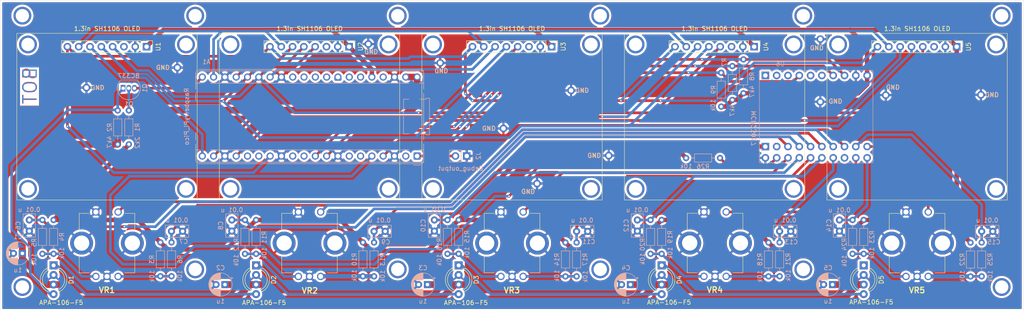
<source format=kicad_pcb>
(kicad_pcb (version 20241229) (generator "pcbnew") (generator_version "9.0")
  (layers (0 "F.Cu" signal) (2 "B.Cu" signal) (13 "F.Paste" user) (15 "B.Paste" user) (5 "F.SilkS" user "F.Silkscreen") (7 "B.SilkS" user "B.Silkscreen") (1 "F.Mask" user) (3 "B.Mask" user) (25 "Edge.Cuts" user))
  (net 0 "")
  (net 1 "GND")
  (net 3 "/displays/DISP_RESET")
  (net 4 "/LEDs/LED")
  (net 6 "/displays/DIN")
  (net 7 "/displays/CS0")
  (net 9 "/rotaries/I2C_SDA")
  (net 10 "/displays/CS1")
  (net 13 "+3.3V")
  (net 15 "/rotaries/MCP_INT")
  (net 17 "/displays/CLK")
  (net 18 "/rotaries/MCP_RESET")
  (net 19 "/rotaries/I2C_SCL")
  (net 20 "/displays/CS4")
  (net 22 "Net-(A1-GPIO0)")
  (net 24 "/displays/CS2")
  (net 26 "/displays/CS3")
  (net 27 "+5V")
  (net 28 "/displays/D{slash}C")
  (net 33 "Net-(U6-GPA1)")
  (net 34 "Net-(U6-GPA0)")
  (net 35 "Net-(U6-GPA4)")
  (net 36 "Net-(U6-GPB7)")
  (net 37 "Net-(U6-GPA7)")
  (net 38 "Net-(U6-GPB2)")
  (net 39 "Net-(U6-GPB1)")
  (net 40 "Net-(U6-GPB4)")
  (net 41 "Net-(U6-GPB3)")
  (net 42 "Net-(D1-DI)")
  (net 43 "Net-(D1-DO)")
  (net 44 "Net-(D2-DO)")
  (net 45 "Net-(D3-DO)")
  (net 46 "Net-(D4-DO)")
  (net 48 "Net-(Q1-B)")
  (net 49 "Net-(VR1-B)")
  (net 50 "Net-(VR1-A)")
  (net 51 "Net-(VR2-B)")
  (net 52 "Net-(VR2-A)")
  (net 53 "Net-(VR3-B)")
  (net 54 "Net-(VR3-A)")
  (net 55 "Net-(VR4-B)")
  (net 56 "Net-(VR4-A)")
  (net 57 "Net-(VR5-B)")
  (net 58 "Net-(VR5-A)")
  (net 65 "Net-(U6-GPA2)")
  (net 66 "Net-(U6-GPB0)")
  (net 68 "Net-(U6-GPB5)")
  (net 70 "Net-(U6-GPA3)")
  (net 73 "Net-(U6-GPB6)")
  (net 75 "Net-(U6-GPA6)")
  (footprint "VC5_footprint_library:PinHeader_1x08_P2.54mm_Vertical_Display" (layer "F.Cu") (at 213.53 65.1 -90)
    (property "Reference" "U4")
    (property "Value" "1.3in SH1106 OLED")
  )
  (footprint "LED_THT:LED_D5.0mm-4_RGB_Wide_Pins" (layer "F.Cu") (at 101.64 114.31 -90)
    (property "Reference" "D2")
    (property "Value" "APA-106-F5")
  )
  (footprint "" (layer "F.Cu") (at 228.4 63.4)
    (property "Reference" "")
    (property "Value" "")
  )
  (footprint "" (layer "F.Cu") (at 228.4 77.5)
    (property "Reference" "")
    (property "Value" "")
  )
  (footprint "" (layer "F.Cu") (at 157.2 83.5)
    (property "Reference" "")
    (property "Value" "")
  )
  (footprint "" (layer "F.Cu") (at 243.1 76)
    (property "Reference" "")
    (property "Value" "")
  )
  (footprint "" (layer "F.Cu") (at 49.14 119.18)
    (property "Reference" "")
    (property "Value" "")
  )
  (footprint "" (layer "F.Cu") (at 178.96 58.12)
    (property "Reference" "")
    (property "Value" "")
  )
  (footprint "" (layer "F.Cu") (at 269.14 58.12)
    (property "Reference" "")
    (property "Value" "")
  )
  (footprint "" (layer "F.Cu") (at 133.46 58.12)
    (property "Reference" "")
    (property "Value" "")
  )
  (footprint "" (layer "F.Cu") (at 164.75 95.9)
    (property "Reference" "")
    (property "Value" "")
  )
  (footprint "" (layer "F.Cu") (at 180.86 89.6)
    (property "Reference" "")
    (property "Value" "")
  )
  (footprint "" (layer "F.Cu") (at 172.4 74.94)
    (property "Reference" "")
    (property "Value" "")
  )
  (footprint "" (layer "F.Cu") (at 83.95 69.8)
    (property "Reference" "")
    (property "Value" "")
  )
  (footprint "LED_THT:LED_D5.0mm-4_RGB_Wide_Pins" (layer "F.Cu") (at 147.14 114.31 -90)
    (property "Reference" "D3")
    (property "Value" "APA-106-F5")
  )
  (footprint "" (layer "F.Cu") (at 264.48 75.93)
    (property "Reference" "")
    (property "Value" "")
  )
  (footprint "" (layer "F.Cu") (at 88.01 115.21)
    (property "Reference" "")
    (property "Value" "")
  )
  (footprint "VC5_footprint_library:PinHeader_1x08_P2.54mm_Vertical_Display" (layer "F.Cu") (at 122.53 65.1 -90)
    (property "Reference" "U2")
    (property "Value" "1.3in SH1106 OLED")
  )
  (footprint "" (layer "F.Cu") (at 49.13 58.12)
    (property "Reference" "")
    (property "Value" "")
  )
  (footprint "LED_THT:LED_D5.0mm-4_RGB_Wide_Pins" (layer "F.Cu") (at 238.14 114.31 -90)
    (property "Reference" "D5")
    (property "Value" "APA-106-F5")
  )
  (footprint "VC5_footprint_library:PEC11R4220FS0024" (layer "F.Cu") (at 65.64 102.3)
    (property "Reference" "VR1")
    (property "Value" "PEC11R-4220F-S0024" (hide yes))
  )
  (footprint "" (layer "F.Cu") (at 225.03 115.21)
    (property "Reference" "")
    (property "Value" "")
  )
  (footprint "" (layer "F.Cu") (at 63.53 74.31)
    (property "Reference" "")
    (property "Value" "")
  )
  (footprint "VC5_footprint_library:PinHeader_1x08_P2.54mm_Vertical_Display" (layer "F.Cu") (at 77.03 65.1 -90)
    (property "Reference" "U1")
    (property "Value" "1.3in SH1106 OLED")
  )
  (footprint "" (layer "F.Cu") (at 133.35 115.21)
    (property "Reference" "")
    (property "Value" "")
  )
  (footprint "" (layer "F.Cu") (at 143 68.75)
    (property "Reference" "")
    (property "Value" "")
  )
  (footprint "" (layer "F.Cu") (at 126.85 64.5)
    (property "Reference" "")
    (property "Value" "")
  )
  (footprint "VC5_footprint_library:PinHeader_1x08_P2.54mm_Vertical_Display" (layer "F.Cu") (at 259.03 65.11 -90)
    (property "Reference" "U5")
    (property "Value" "1.3in SH1106 OLED")
  )
  (footprint "LED_THT:LED_D5.0mm-4_RGB_Wide_Pins" (layer "F.Cu") (at 56.14 114.31 -90)
    (property "Reference" "D1")
    (property "Value" "APA-106-F5")
  )
  (footprint "" (layer "F.Cu") (at 179.22 115.21)
    (property "Reference" "")
    (property "Value" "")
  )
  (footprint "VC5_footprint_library:PEC11R4220FS0024" (layer "F.Cu") (at 202.25 102.28)
    (property "Reference" "VR4")
    (property "Value" "PEC11R-4220F-S0024" (hide yes))
  )
  (footprint "VC5_footprint_library:PEC11R4220FS0024" (layer "F.Cu") (at 111.14 102.3)
    (property "Reference" "VR2")
    (property "Value" "PEC11R-4220F-S0024" (hide yes))
  )
  (footprint "" (layer "F.Cu") (at 224.57 58.12)
    (property "Reference" "")
    (property "Value" "")
  )
  (footprint "" (layer "F.Cu") (at 87.96 58.12)
    (property "Reference" "")
    (property "Value" "")
  )
  (footprint "" (layer "F.Cu") (at 269.14 119.18)
    (property "Reference" "")
    (property "Value" "")
  )
  (footprint "VC5_footprint_library:PinHeader_1x08_P2.54mm_Vertical_Display" (layer "F.Cu") (at 168.03 65.1 -90)
    (property "Reference" "U3")
    (property "Value" "1.3in SH1106 OLED")
  )
  (footprint "VC5_footprint_library:PEC11R4220FS0024" (layer "F.Cu") (at 247.64 102.3)
    (property "Reference" "VR5")
    (property "Value" "PEC11R-4220F-S0024" (hide yes))
  )
  (footprint "LED_THT:LED_D5.0mm-4_RGB_Wide_Pins" (layer "F.Cu") (at 192.75 114.31 -90)
    (property "Reference" "D4")
    (property "Value" "APA-106-F5")
  )
  (footprint "VC5_footprint_library:PEC11R4220FS0024" (layer "F.Cu") (at 156.64 102.3)
    (property "Reference" "VR3")
    (property "Value" "PEC11R-4220F-S0024" (hide yes))
  )
  (footprint "Capacitor_THT:C_Disc_D5.0mm_W2.5mm_P2.50mm" (layer "B.Cu") (at 141.69 104.09 -90)
    (property "Reference" "C10")
    (property "Value" "0.01 u")
  )
  (footprint "Resistor_THT:R_Axial_DIN0204_L3.6mm_D1.6mm_P7.62mm_Horizontal" (layer "B.Cu") (at 173.64 116.78 90)
    (property "Reference" "R17")
    (property "Value" "10k")
  )
  (footprint "Resistor_THT:R_Axial_DIN0204_L3.6mm_D1.6mm_P7.62mm_Horizontal" (layer "B.Cu") (at 192.75 104.09 -90)
    (property "Reference" "R19")
    (property "Value" "10k")
  )
  (footprint "Capacitor_THT:C_Disc_D5.0mm_W2.5mm_P2.50mm" (layer "B.Cu") (at 173.64 106.66)
    (property "Reference" "C11")
    (property "Value" "0.01 u")
  )
  (footprint "Resistor_THT:R_Axial_DIN0204_L3.6mm_D1.6mm_P7.62mm_Horizontal" (layer "B.Cu") (at 125.64 109.14 -90)
    (property "Reference" "R10")
    (property "Value" "10k")
  )
  (footprint "Capacitor_THT:C_Disc_D5.0mm_W2.5mm_P2.50mm" (layer "B.Cu") (at 264.64 106.66)
    (property "Reference" "C15")
    (property "Value" "0.01 u")
  )
  (footprint "Resistor_THT:R_Axial_DIN0204_L3.6mm_D1.6mm_P7.62mm_Horizontal" (layer "B.Cu") (at 144.64 111.71 90)
    (property "Reference" "R16")
    (property "Value" "10k")
  )
  (footprint "Resistor_THT:R_Axial_DIN0204_L3.6mm_D1.6mm_P7.62mm_Horizontal" (layer "B.Cu") (at 198.24 90.15)
    (property "Reference" "R26")
    (property "Value" "10k")
  )
  (footprint "Capacitor_THT:CP_Radial_D5.0mm_P2.00mm" (layer "B.Cu") (at 231.14 118.628 180)
    (property "Reference" "C5")
    (property "Value" "1u")
  )
  (footprint "Resistor_THT:R_Axial_DIN0204_L3.6mm_D1.6mm_P7.62mm_Horizontal" (layer "B.Cu") (at 206.13 78.58 90)
    (property "Reference" "R9")
    (property "Value" "10k")
  )
  (footprint "Capacitor_THT:C_Disc_D5.0mm_W2.5mm_P2.50mm" (layer "B.Cu") (at 128.14 106.65)
    (property "Reference" "C9")
    (property "Value" "0.01 u")
  )
  (footprint "Resistor_THT:R_Axial_DIN0204_L3.6mm_D1.6mm_P7.62mm_Horizontal" (layer "B.Cu") (at 128.14 116.77 90)
    (property "Reference" "R13")
    (property "Value" "10k")
  )
  (footprint "Capacitor_THT:C_Disc_D5.0mm_W2.5mm_P2.50mm" (layer "B.Cu") (at 187.3 104.09 -90)
    (property "Reference" "C12")
    (property "Value" "0.01 u")
  )
  (footprint "Capacitor_THT:C_Disc_D5.0mm_W2.5mm_P2.50mm" (layer "B.Cu") (at 50.69 104.09 -90)
    (property "Reference" "C6")
    (property "Value" "0.01 u")
  )
  (footprint "Resistor_THT:R_Axial_DIN0204_L3.6mm_D1.6mm_P7.62mm_Horizontal" (layer "B.Cu") (at 235.64 111.71 90)
    (property "Reference" "R24")
    (property "Value" "10k")
  )
  (footprint "VC5_footprint_library:MCP23017_IO_expander" (layer "B.Cu") (at 227.492 79.983 -90)
    (property "Reference" "U6")
    (property "Value" "MCP23017")
  )
  (footprint "Resistor_THT:R_Axial_DIN0204_L3.6mm_D1.6mm_P7.62mm_Horizontal" (layer "B.Cu") (at 82.64 116.75 90)
    (property "Reference" "R6")
    (property "Value" "10k")
  )
  (footprint "Resistor_THT:R_Axial_DIN0204_L3.6mm_D1.6mm_P7.62mm_Horizontal" (layer "B.Cu") (at 56.14 104.09 -90)
    (property "Reference" "R4")
    (property "Value" "10k")
  )
  (footprint "Resistor_THT:R_Axial_DIN0204_L3.6mm_D1.6mm_P7.62mm_Horizontal" (layer "B.Cu") (at 219.25 116.76 90)
    (property "Reference" "R21")
    (property "Value" "10k")
  )
  (footprint "Resistor_THT:R_Axial_DIN0204_L3.6mm_D1.6mm_P7.62mm_Horizontal" (layer "B.Cu") (at 262.14 109.18 -90)
    (property "Reference" "R22")
    (property "Value" "10k")
  )
  (footprint "Capacitor_THT:CP_Radial_D5.0mm_P2.00mm" (layer "B.Cu") (at 49.13 111.61 180)
    (property "Reference" "C1")
    (property "Value" "1u")
  )
  (footprint "Resistor_THT:R_Axial_DIN0204_L3.6mm_D1.6mm_P7.62mm_Horizontal" (layer "B.Cu") (at 80.14 109.13 -90)
    (property "Reference" "R3")
    (property "Value" "10k")
  )
  (footprint "Package_TO_SOT_THT:TO-92_Inline" (layer "B.Cu") (at 71.77 74.45)
    (property "Reference" "Q1")
    (property "Value" "BC337")
  )
  (footprint "Resistor_THT:R_Axial_DIN0204_L3.6mm_D1.6mm_P7.62mm_Horizontal" (layer "B.Cu") (at 264.64 116.78 90)
    (property "Reference" "R25")
    (property "Value" "10k")
  )
  (footprint "Resistor_THT:R_Axial_DIN0204_L3.6mm_D1.6mm_P7.62mm_Horizontal" (layer "B.Cu") (at 101.64 104.09 -90)
    (property "Reference" "R11")
    (property "Value" "10k")
  )
  (footprint "Capacitor_THT:CP_Radial_D5.0mm_P2.00mm" (layer "B.Cu") (at 140.14 118.628 180)
    (property "Reference" "C3")
    (property "Value" "1u")
  )
  (footprint "Resistor_THT:R_Axial_DIN0204_L3.6mm_D1.6mm_P7.62mm_Horizontal" (layer "B.Cu") (at 99.14 111.71 90)
    (property "Reference" "R12")
    (property "Value" "10k")
  )
  (footprint "Capacitor_THT:C_Disc_D5.0mm_W2.5mm_P2.50mm" (layer "B.Cu") (at 82.63 106.63)
    (property "Reference" "C7")
    (property "Value" "0.01 u")
  )
  (footprint "Connector_PinHeader_2.54mm:PinHeader_1x02_P2.54mm_Vertical" (layer "B.Cu") (at 148.96 89.7 90)
    (property "Reference" "J2")
    (property "Value" "Debug_output")
  )
  (footprint "Capacitor_THT:C_Disc_D5.0mm_W2.5mm_P2.50mm" (layer "B.Cu") (at 96.19 104.09 -90)
    (property "Reference" "C8")
    (property "Value" "0.01 u")
  )
  (footprint "VC5_footprint_library:RaspberryPi_Pico_Common_THT_custom" (layer "B.Cu") (at 137.81 89.71 90)
    (property "Reference" "A1")
    (property "Value" "RaspberryPi_Pico")
  )
  (footprint "Resistor_THT:R_Axial_DIN0204_L3.6mm_D1.6mm_P7.62mm_Horizontal" (layer "B.Cu") (at 147.14 104.09 -90)
    (property "Reference" "R15")
    (property "Value" "10k")
  )
  (footprint "Resistor_THT:R_Axial_DIN0204_L3.6mm_D1.6mm_P7.62mm_Horizontal" (layer "B.Cu") (at 211.13 67.96 -90)
    (property "Reference" "R8")
    (property "Value" "4k7")
  )
  (footprint "Resistor_THT:R_Axial_DIN0204_L3.6mm_D1.6mm_P7.62mm_Horizontal" (layer "B.Cu") (at 238.14 104.09 -90)
    (property "Reference" "R23")
    (property "Value" "10k")
  )
  (footprint "Capacitor_THT:CP_Radial_D5.0mm_P2.00mm" (layer "B.Cu") (at 94.64 118.628 180)
    (property "Reference" "C2")
    (property "Value" "1u")
  )
  (footprint "Capacitor_THT:C_Disc_D5.0mm_W2.5mm_P2.50mm" (layer "B.Cu") (at 232.69 104.09 -90)
    (property "Reference" "C14")
    (property "Value" "0.01 u")
  )
  (footprint "Resistor_THT:R_Axial_DIN0204_L3.6mm_D1.6mm_P7.62mm_Horizontal" (layer "B.Cu") (at 171.14 109.17 -90)
    (property "Reference" "R14")
    (property "Value" "10k")
  )
  (footprint "Capacitor_THT:C_Disc_D5.0mm_W2.5mm_P2.50mm" (layer "B.Cu") (at 219.25 106.64)
    (property "Reference" "C13")
    (property "Value" "0.01 u")
  )
  (footprint "Resistor_THT:R_Axial_DIN0204_L3.6mm_D1.6mm_P7.62mm_Horizontal" (layer "B.Cu") (at 216.75 109.16 -90)
    (property "Reference" "R18")
    (property "Value" "10k")
  )
  (footprint "Resistor_THT:R_Axial_DIN0204_L3.6mm_D1.6mm_P7.62mm_Horizontal" (layer "B.Cu") (at 53.64 111.71 90)
    (property "Reference" "R5")
    (property "Value" "10k")
  )
  (footprint "Resistor_THT:R_Axial_DIN0204_L3.6mm_D1.6mm_P7.62mm_Horizontal" (layer "B.Cu") (at 208.63 69.46 -90)
    (property "Reference" "R7")
    (property "Value" "4k7")
  )
  (footprint "Resistor_THT:R_Axial_DIN0204_L3.6mm_D1.6mm_P7.62mm_Horizontal" (layer "B.Cu") (at 73.05 87.07 90)
    (property "Reference" "R1")
    (property "Value" "2k2")
  )
  (footprint "Resistor_THT:R_Axial_DIN0204_L3.6mm_D1.6mm_P7.62mm_Horizontal" (layer "B.Cu") (at 70.55 87.07 90)
    (property "Reference" "R2")
    (property "Value" "4k7")
  )
  (footprint "Capacitor_THT:CP_Radial_D5.0mm_P2.00mm" (layer "B.Cu") (at 185.74 118.628 180)
    (property "Reference" "C4")
    (property "Value" "1u")
  )
  (footprint "Resistor_THT:R_Axial_DIN0204_L3.6mm_D1.6mm_P7.62mm_Horizontal" (layer "B.Cu") (at 190.25 111.71 90)
    (property "Reference" "R20")
    (property "Value" "10k")
  )
  (gr_rect (start 44.13 54.62) (end 274.13 124.62) (stroke (width 0.05)) (fill no) (layer "Edge.Cuts"))
  (gr_text "TOP" (at 52.61 78.19 90) (layer "F.Cu") (effects (font (size 3 3) (thickness 0.25)) (justify left bottom)))
  (gr_text "BOT" (at 52.62 69.51 90) (layer "B.Cu") (effects (font (size 3 3) (thickness 0.25)) (justify left bottom mirror)))
  (gr_text "GND" (at 66.01 74.33 0) (layer "F.SilkS") (effects (font (size 1 1))))
  (gr_text "GND" (at 153.94 83.5 0) (layer "F.SilkS") (effects (font (size 1 1))))
  (gr_text "GND" (at 127.49 66.26 0) (layer "F.SilkS") (effects (font (size 1 1))))
  (gr_text "GND" (at 174.88 74.96 0) (layer "F.SilkS") (effects (font (size 1 1))))
  (gr_text "GND" (at 266.96 75.95 0) (layer "F.SilkS") (effects (font (size 1 1))))
  (gr_text "GND" (at 143.24 70.56 0) (layer "F.SilkS") (effects (font (size 1 1))))
  (gr_text "GND" (at 227.6 65.4 0) (layer "F.SilkS") (effects (font (size 1 1))))
  (gr_text "GND" (at 231.8 77.4 0) (layer "F.SilkS") (effects (font (size 1 1))))
  (gr_text "GND" (at 177.6 89.6 0) (layer "F.SilkS") (effects (font (size 1 1))))
  (gr_text "GND" (at 244.7 74.25 0) (layer "F.SilkS") (effects (font (size 1 1))))
  (gr_text "GND" (at 162.74 97.71 0) (layer "F.SilkS") (effects (font (size 1 1))))
  (gr_text "GND" (at 80.69 69.8 0) (layer "F.SilkS") (effects (font (size 1 1))))
  (gr_text "GND" (at 153.95 83.49 0) (layer "B.SilkS") (effects (font (size 1 1)) (justify mirror)))
  (gr_text "GND" (at 174.89 74.95 0) (layer "B.SilkS") (effects (font (size 1 1)) (justify mirror)))
  (gr_text "GND" (at 127.5 66.25 0) (layer "B.SilkS") (effects (font (size 1 1)) (justify mirror)))
  (gr_text "GND" (at 177.61 89.59 0) (layer "B.SilkS") (effects (font (size 1 1)) (justify mirror)))
  (gr_text "GND" (at 80.7 69.79 0) (layer "B.SilkS") (effects (font (size 1 1)) (justify mirror)))
  (gr_text "GND" (at 143.25 70.55 0) (layer "B.SilkS") (effects (font (size 1 1)) (justify mirror)))
  (gr_text "GND" (at 162.75 97.7 0) (layer "B.SilkS") (effects (font (size 1 1)) (justify mirror)))
  (gr_text "GND" (at 266.94 75.94 0) (layer "B.SilkS") (effects (font (size 1 1)) (justify mirror)))
  (gr_text "GND" (at 244.7 74.25 0) (layer "B.SilkS") (effects (font (size 1 1)) (justify mirror)))
  (gr_text "GND" (at 231.8 77.4 0) (layer "B.SilkS") (effects (font (size 1 1)) (justify mirror)))
  (gr_text "GND" (at 66.03 74.32 0) (layer "B.SilkS") (effects (font (size 1 1)) (justify mirror)))
  (gr_text "GND" (at 227.6 65.4 0) (layer "B.SilkS") (effects (font (size 1 1)) (justify mirror)))
  (segment (start 192.5 77.25) (end 183.6 77.25) (width 0.6) (layer "F.Cu") (net 3))
  (segment (start 148.66 75.64) (end 148.66 66.69) (width 0.6) (layer "F.Cu") (net 3))
  (segment (start 104.75 65.1) (end 102.6 67.25) (width 0.6) (layer "F.Cu") (net 3))
  (segment (start 102.6 67.25) (end 61.4 67.25) (width 0.6) (layer "F.Cu") (net 3))
  (segment (start 59.25 65.1) (end 59.25 82.99) (width 0.6) (layer "F.Cu") (net 3))
  (segment (start 148.66 66.69) (end 150.25 65.1) (width 0.6) (layer "F.Cu") (net 3))
  (segment (start 61.4 67.25) (end 59.25 65.1) (width 0.6) (layer "F.Cu") (net 3))
  (segment (start 150.26 77.25) (end 150.25 77.24) (width 0.6) (layer "F.Cu") (net 3))
  (segment (start 183.6 77.25) (end 150.26 77.25) (width 0.6) (layer "F.Cu") (net 3))
  (via (at 183.6 77.25) (size 0.6) (drill 0.3) (layers "F.Cu" "B.Cu") (net 3))
  (via (at 192.5 77.25) (size 0.6) (drill 0.3) (layers "F.Cu" "B.Cu") (net 3))
  (via (at 150.25 77.24) (size 0.6) (drill 0.3) (layers "F.Cu" "B.Cu") (net 3))
  (via (at 148.66 75.64) (size 0.6) (drill 0.3) (layers "F.Cu" "B.Cu") (net 3))
  (via (at 59.25 82.99) (size 0.6) (drill 0.3) (layers "F.Cu" "B.Cu") (net 3))
  (segment (start 213.56 68.73) (end 237.63 68.73) (width 0.6) (layer "B.Cu") (net 3))
  (segment (start 107.4 67.75) (end 135.9 67.75) (width 0.6) (layer "B.Cu") (net 3))
  (segment (start 150.25 77.24) (end 150.25 77.23) (width 0.6) (layer "B.Cu") (net 3))
  (segment (start 205.04 77.25) (end 213.56 68.73) (width 0.6) (layer "B.Cu") (net 3))
  (segment (start 59.25 82.99) (end 69.7 93.44) (width 0.6) (layer "B.Cu") (net 3))
  (segment (start 69.7 93.44) (end 101.06 93.44) (width 0.6) (layer "B.Cu") (net 3))
  (segment (start 104.75 65.1) (end 107.4 67.75) (width 0.6) (layer "B.Cu") (net 3))
  (segment (start 192.5 77.25) (end 205.04 77.25) (width 0.6) (layer "B.Cu") (net 3))
  (segment (start 148 67.35) (end 150.25 65.1) (width 0.6) (layer "B.Cu") (net 3))
  (segment (start 135.9 67.75) (end 136.3 67.35) (width 0.6) (layer "B.Cu") (net 3))
  (segment (start 237.63 68.73) (end 241.25 65.11) (width 0.6) (layer "B.Cu") (net 3))
  (segment (start 101.06 93.44) (end 104.79 89.71) (width 0.6) (layer "B.Cu") (net 3))
  (segment (start 150.25 77.23) (end 148.66 75.64) (width 0.6) (layer "B.Cu") (net 3))
  (segment (start 183.6 77.25) (end 195.75 65.1) (width 0.6) (layer "B.Cu") (net 3))
  (segment (start 136.3 67.35) (end 148 67.35) (width 0.6) (layer "B.Cu") (net 3))
  (segment (start 87.03 74.45) (end 89.55 71.93) (width 0.6) (layer "F.Cu") (net 4))
  (segment (start 74.31 74.45) (end 87.03 74.45) (width 0.6) (layer "F.Cu") (net 4))
  (segment (start 114.91 65.1) (end 110.33 69.68) (width 0.6) (layer "F.Cu") (net 6))
  (segment (start 242.719 79.981) (end 251.41 71.29) (width 0.6) (layer "F.Cu") (net 6))
  (segment (start 143.28 79.981) (end 138.141 79.981) (width 0.6) (layer "F.Cu") (net 6))
  (segment (start 145.529 79.981) (end 143.28 79.981) (width 0.6) (layer "F.Cu") (net 6))
  (segment (start 160.41 65.1) (end 145.529 79.981) (width 0.6) (layer "F.Cu") (net 6))
  (segment (start 138.141 79.981) (end 138.14 79.98) (width 0.6) (layer "F.Cu") (net 6))
  (segment (start 190.16 79.981) (end 143.28 79.981) (width 0.6) (layer "F.Cu") (net 6))
  (segment (start 104.5 69.68) (end 102.25 71.93) (width 0.6) (layer "F.Cu") (net 6))
  (segment (start 191.029 79.981) (end 242.719 79.981) (width 0.6) (layer "F.Cu") (net 6))
  (segment (start 110.33 69.68) (end 104.5 69.68) (width 0.6) (layer "F.Cu") (net 6))
  (segment (start 191.029 79.981) (end 190.16 79.981) (width 0.6) (layer "F.Cu") (net 6))
  (segment (start 205.91 65.1) (end 191.029 79.981) (width 0.6) (layer "F.Cu") (net 6))
  (segment (start 251.41 65.11) (end 251.41 71.29) (width 0.6) (layer "F.Cu") (net 6))
  (via (at 138.14 79.98) (size 0.6) (drill 0.3) (layers "F.Cu" "B.Cu") (net 6))
  (segment (start 97.87 76.31) (end 102.25 71.93) (width 0.6) (layer "B.Cu") (net 6))
  (segment (start 77.453572 70.468) (end 83.295572 76.31) (width 0.6) (layer "B.Cu") (net 6))
  (segment (start 83.295572 76.31) (end 97.87 76.31) (width 0.6) (layer "B.Cu") (net 6))
  (segment (start 138.14 79.98) (end 110.3 79.98) (width 0.6) (layer "B.Cu") (net 6))
  (segment (start 74.778 70.468) (end 77.453572 70.468) (width 0.6) (layer "B.Cu") (net 6))
  (segment (start 110.3 79.98) (end 102.25 71.93) (width 0.6) (layer "B.Cu") (net 6))
  (segment (start 69.41 65.1) (end 74.778 70.468) (width 0.6) (layer "B.Cu") (net 6))
  (segment (start 89.55 84.83) (end 89.55 89.71) (width 0.6) (layer "B.Cu") (net 7))
  (segment (start 64.33 65.1) (end 71.3 72.07) (width 0.6) (layer "B.Cu") (net 7))
  (segment (start 71.3 72.07) (end 76.79 72.07) (width 0.6) (layer "B.Cu") (net 7))
  (segment (start 76.79 72.07) (end 89.55 84.83) (width 0.6) (layer "B.Cu") (net 7))
  (segment (start 161.05 69.46) (end 200.28 69.46) (width 0.6) (layer "F.Cu") (net 9))
  (segment (start 123.27 83.93) (end 117.49 89.71) (width 0.6) (layer "F.Cu") (net 9))
  (segment (start 146.58 83.93) (end 123.27 83.93) (width 0.6) (layer "F.Cu") (net 9))
  (segment (start 229.171 69.46) (end 208.63 69.46) (width 0.6) (layer "F.Cu") (net 9))
  (segment (start 231.29 71.579) (end 229.171 69.46) (width 0.6) (layer "F.Cu") (net 9))
  (segment (start 147.42 83.09) (end 146.58 83.93) (width 0.6) (layer "F.Cu") (net 9))
  (segment (start 154.52 75.99) (end 161.05 69.46) (width 0.6) (layer "F.Cu") (net 9))
  (via (at 154.52 75.99) (size 0.6) (drill 0.3) (layers "F.Cu" "B.Cu") (net 9))
  (via (at 147.42 83.09) (size 0.6) (drill 0.3) (layers "F.Cu" "B.Cu") (net 9))
  (via (at 200.28 69.46) (size 0.6) (drill 0.3) (layers "F.Cu" "B.Cu") (net 9))
  (segment (start 154.52 75.99) (end 147.42 83.09) (width 0.6) (layer "B.Cu") (net 9))
  (segment (start 208.63 69.46) (end 200.28 69.46) (width 0.6) (layer "B.Cu") (net 9))
  (segment (start 106.86 68.07) (end 101.03 68.07) (width 0.6) (layer "F.Cu") (net 10))
  (segment (start 101.03 68.07) (end 97.17 71.93) (width 0.6) (layer "F.Cu") (net 10))
  (segment (start 109.83 65.1) (end 106.86 68.07) (width 0.6) (layer "F.Cu") (net 10))
  (segment (start 218.35 110.76) (end 231.47 110.76) (width 1) (layer "F.Cu") (net 13))
  (segment (start 118.77 61.34) (end 122.53 65.1) (width 1) (layer "F.Cu") (net 13))
  (segment (start 147.14 104.09) (end 163.659 87.571) (width 1) (layer "F.Cu") (net 13))
  (segment (start 207.13 78.58) (end 208.63 77.08) (width 1) (layer "F.Cu") (net 13))
  (segment (start 140.18 111.05) (end 127.55 111.05) (width 1) (layer "F.Cu") (net 13))
  (segment (start 81.73 110.72) (end 80.14 109.13) (width 1) (layer "F.Cu") (net 13))
  (segment (start 127.65 70.22) (end 122.53 65.1) (width 1) (layer "F.Cu") (net 13))
  (segment (start 238.91 65.12) (end 235.13 61.34) (width 1) (layer "F.Cu") (net 13))
  (segment (start 73.05 87.18) (end 73.05 87.07) (width 1) (layer "F.Cu") (net 13))
  (segment (start 259.215 106.255) (end 262.14 109.18) (width 1) (layer "F.Cu") (net 13))
  (segment (start 259.03 106.07) (end 259.215 106.255) (width 1) (layer "F.Cu") (net 13))
  (segment (start 255.26 61.34) (end 235.13 61.34) (width 1) (layer "F.Cu") (net 13))
  (segment (start 120.59 104.09) (end 101.64 104.09) (width 1) (layer "F.Cu") (net 13))
  (segment (start 83.314156 110.72) (end 83.303156 110.731) (width 1) (layer "F.Cu") (net 13))
  (segment (start 238.14 104.09) (end 257.05 104.09) (width 1) (layer "F.Cu") (net 13))
  (segment (start 211.13 75.58) (end 236.9 75.58) (width 1) (layer "F.Cu") (net 13))
  (segment (start 208.63 77.08) (end 209.63 77.08) (width 1) (layer "F.Cu") (net 13))
  (segment (start 164.27 61.34) (end 118.77 61.34) (width 1) (layer "F.Cu") (net 13))
  (segment (start 172.731 110.761) (end 186.079 110.761) (width 1) (layer "F.Cu") (net 13))
  (segment (start 195 87.571) (end 216.05 87.571) (width 1) (layer "F.Cu") (net 13))
  (segment (start 81.976844 110.731) (end 81.965844 110.72) (width 1) (layer "F.Cu") (net 13))
  (segment (start 231.47 110.76) (end 238.14 104.09) (width 1) (layer "F.Cu") (net 13))
  (segment (start 235.13 61.34) (end 209.77 61.34) (width 1) (layer "F.Cu") (net 13))
  (segment (start 127.65 71.93) (end 127.65 70.22) (width 1) (layer "F.Cu") (net 13))
  (segment (start 56.14 103.99) (end 56.14 103.98) (width 1) (layer "F.Cu") (net 13))
  (segment (start 171.14 109.17) (end 172.731 110.761) (width 1) (layer "F.Cu") (net 13))
  (segment (start 80.79 61.34) (end 118.77 61.34) (width 1) (layer "F.Cu") (net 13))
  (segment (start 83.303156 110.731) (end 81.976844 110.731) (width 1) (layer "F.Cu") (net 13))
  (segment (start 95.01 110.72) (end 83.314156 110.72) (width 1) (layer "F.Cu") (net 13))
  (segment (start 147.14 104.09) (end 140.18 111.05) (width 1) (layer "F.Cu") (net 13))
  (segment (start 168.03 65.1) (end 164.27 61.34) (width 1) (layer "F.Cu") (net 13))
  (segment (start 211.68 104.09) (end 216.75 109.16) (width 1) (layer "F.Cu") (net 13))
  (segment (start 238.91 71.579) (end 238.91 65.12) (width 1) (layer "F.Cu") (net 13))
  (segment (start 216.75 109.16) (end 218.35 110.76) (width 1) (layer "F.Cu") (net 13))
  (segment (start 73.05 87.08) (end 73.05 87.05) (width 1) (layer "F.Cu") (net 13))
  (segment (start 198.24 90.15) (end 195.661 87.571) (width 1) (layer "F.Cu") (net 13))
  (segment (start 209.77 61.34) (end 164.27 61.34) (width 1) (layer "F.Cu") (net 13))
  (segment (start 206.13 78.58) (end 207.13 78.58) (width 1) (layer "F.Cu") (net 13))
  (segment (start 56.14 104.09) (end 75.1 104.09) (width 1) (layer "F.Cu") (net 13))
  (segment (start 209.63 77.08) (end 211.13 75.58) (width 1) (layer "F.Cu") (net 13))
  (segment (start 259.03 65.11) (end 259.03 106.07) (width 1) (layer "F.Cu") (net 13))
  (segment (start 56.14 104.09) (end 73.05 87.18) (width 1) (layer "F.Cu") (net 13))
  (segment (start 101.64 104.09) (end 95.01 110.72) (width 1) (layer "F.Cu") (net 13))
  (segment (start 73.05 87.08) (end 73.05 87.07) (width 1) (layer "F.Cu") (net 13))
  (segment (start 75.1 104.09) (end 80.14 109.13) (width 1) (layer "F.Cu") (net 13))
  (segment (start 238.91 73.57) (end 238.91 71.579) (width 1) (layer "F.Cu") (net 13))
  (segment (start 171.14 109.17) (end 166.06 104.09) (width 1) (layer "F.Cu") (net 13))
  (segment (start 77.03 65.1) (end 80.79 61.34) (width 1) (layer "F.Cu") (net 13))
  (segment (start 259.03 65.11) (end 255.26 61.34) (width 1) (layer "F.Cu") (net 13))
  (segment (start 125.64 109.14) (end 120.59 104.09) (width 1) (layer "F.Cu") (net 13))
  (segment (start 81.965844 110.72) (end 81.73 110.72) (width 1) (layer "F.Cu") (net 13))
  (segment (start 257.05 104.09) (end 259.03 106.07) (width 1) (layer "F.Cu") (net 13))
  (segment (start 192.75 104.09) (end 211.68 104.09) (width 1) (layer "F.Cu") (net 13))
  (segment (start 236.9 75.58) (end 238.91 73.57) (width 1) (layer "F.Cu") (net 13))
  (segment (start 213.53 65.1) (end 209.77 61.34) (width 1) (layer "F.Cu") (net 13))
  (segment (start 186.079 110.761) (end 192.75 104.09) (width 1) (layer "F.Cu") (net 13))
  (segment (start 166.06 104.09) (end 147.14 104.09) (width 1) (layer "F.Cu") (net 13))
  (segment (start 195.661 87.571) (end 195 87.571) (width 1) (layer "F.Cu") (net 13))
  (segment (start 163.659 87.571) (end 195 87.571) (width 1) (layer "F.Cu") (net 13))
  (segment (start 127.55 111.05) (end 125.64 109.14) (width 1) (layer "F.Cu") (net 13))
  (segment (start 218.59 90.111) (end 216.451 92.25) (width 0.6) (layer "F.Cu") (net 15))
  (segment (start 164.95 92.25) (end 207.96 92.25) (width 0.6) (layer "F.Cu") (net 15))
  (segment (start 216.451 92.25) (end 207.96 92.25) (width 0.6) (layer "F.Cu") (net 15))
  (segment (start 207.755 92.045) (end 205.86 90.15) (width 0.6) (layer "F.Cu") (net 15))
  (segment (start 207.96 92.25) (end 207.755 92.045) (width 0.6) (layer "F.Cu") (net 15))
  (segment (start 158.45 98.75) (end 164.95 92.25) (width 0.6) (layer "F.Cu") (net 15))
  (via (at 158.45 98.75) (size 0.6) (drill 0.3) (layers "F.Cu" "B.Cu") (net 15))
  (segment (start 107.2 114.05) (end 103.15 110) (width 0.6) (layer "B.Cu") (net 15))
  (segment (start 68.9 98.5) (end 73.15 94.25) (width 0.6) (layer "B.Cu") (net 15))
  (segment (start 71.7 114.05) (end 68.9 111.25) (width 0.6) (layer "B.Cu") (net 15))
  (segment (start 131.65 110.65) (end 128.25 114.05) (width 0.6) (layer "B.Cu") (net 15))
  (segment (start 73.15 94.25) (end 123.11 94.25) (width 0.6) (layer "B.Cu") (net 15))
  (segment (start 123.11 94.25) (end 127.65 89.71) (width 0.6) (layer "B.Cu") (net 15))
  (segment (start 83.65 114.05) (end 71.7 114.05) (width 0.6) (layer "B.Cu") (net 15))
  (segment (start 87.7 110) (end 83.65 114.05) (width 0.6) (layer "B.Cu") (net 15))
  (segment (start 68.9 111.25) (end 68.9 98.5) (width 0.6) (layer "B.Cu") (net 15))
  (segment (start 128.25 114.05) (end 107.2 114.05) (width 0.6) (layer "B.Cu") (net 15))
  (segment (start 155.3 98.75) (end 158.45 98.75) (width 0.6) (layer "B.Cu") (net 15))
  (segment (start 103.15 110) (end 87.7 110) (width 0.6) (layer "B.Cu") (net 15))
  (segment (start 143.4 110.65) (end 155.3 98.75) (width 0.6) (layer "B.Cu") (net 15))
  (segment (start 143.4 110.65) (end 131.65 110.65) (width 0.6) (layer "B.Cu") (net 15))
  (segment (start 94.29 77.35) (end 99.71 71.93) (width 0.6) (layer "F.Cu") (net 17))
  (segment (start 108.59 68.88) (end 112.37 65.1) (width 0.6) (layer "F.Cu") (net 17))
  (segment (start 99.71 71.93) (end 102.76 68.88) (width 0.6) (layer "F.Cu") (net 17))
  (segment (start 102.76 68.88) (end 108.59 68.88) (width 0.6) (layer "F.Cu") (net 17))
  (via (at 94.29 77.35) (size 0.6) (drill 0.3) (layers "F.Cu" "B.Cu") (net 17))
  (segment (start 184.4 82.97) (end 161.11 82.97) (width 0.6) (layer "B.Cu") (net 17))
  (segment (start 77.121786 71.269) (end 73.039 71.269) (width 0.6) (layer "B.Cu") (net 17))
  (segment (start 102.5 85.56) (end 94.29 77.35) (width 0.6) (layer "B.Cu") (net 17))
  (segment (start 137.41 85.56) (end 136.91 85.56) (width 0.6) (layer "B.Cu") (net 17))
  (segment (start 248.87 66.46) (end 232.36 82.97) (width 0.6) (layer "B.Cu") (net 17))
  (segment (start 203.37 65.1) (end 185.5 82.97) (width 0.6) (layer "B.Cu") (net 17))
  (segment (start 73.039 71.269) (end 66.87 65.1) (width 0.6) (layer "B.Cu") (net 17))
  (segment (start 161.11 82.97) (end 158.52 85.56) (width 0.6) (layer "B.Cu") (net 17))
  (segment (start 94.29 77.35) (end 83.202786 77.35) (width 0.6) (layer "B.Cu") (net 17))
  (segment (start 83.202786 77.35) (end 77.121786 71.269) (width 0.6) (layer "B.Cu") (net 17))
  (segment (start 232.36 82.97) (end 184.4 82.97) (width 0.6) (layer "B.Cu") (net 17))
  (segment (start 157.87 65.1) (end 137.41 85.56) (width 0.6) (layer "B.Cu") (net 17))
  (segment (start 136.91 85.56) (end 102.5 85.56) (width 0.6) (layer "B.Cu") (net 17))
  (segment (start 185.5 82.97) (end 184.4 82.97) (width 0.6) (layer "B.Cu") (net 17))
  (segment (start 158.52 85.56) (end 136.91 85.56) (width 0.6) (layer "B.Cu") (net 17))
  (segment (start 248.87 65.11) (end 248.87 66.46) (width 0.6) (layer "B.Cu") (net 17))
  (segment (start 155.99 75.99) (end 161.02 70.96) (width 0.6) (layer "F.Cu") (net 18))
  (segment (start 208.1 72.93) (end 206.13 70.96) (width 0.6) (layer "F.Cu") (net 18))
  (segment (start 133.76 86.14) (end 130.19 89.71) (width 0.6) (layer "F.Cu") (net 18))
  (segment (start 222.319 72.93) (end 208.1 72.93) (width 0.6) (layer "F.Cu") (net 18))
  (segment (start 145.83 86.14) (end 133.76 86.14) (width 0.6) (layer "F.Cu") (net 18))
  (segment (start 223.67 71.579) (end 222.319 72.93) (width 0.6) (layer "F.Cu") (net 18))
  (segment (start 161.02 70.96) (end 198.77 70.96) (width 0.6) (layer "F.Cu") (net 18))
  (segment (start 148.88 83.09) (end 145.83 86.14) (width 0.6) (layer "F.Cu") (net 18))
  (via (at 155.99 75.99) (size 0.6) (drill 0.3) (layers "F.Cu" "B.Cu") (net 18))
  (via (at 148.88 83.09) (size 0.6) (drill 0.3) (layers "F.Cu" "B.Cu") (net 18))
  (via (at 198.77 70.96) (size 0.6) (drill 0.3) (layers "F.Cu" "B.Cu") (net 18))
  (segment (start 148.89 83.09) (end 148.88 83.09) (width 0.6) (layer "B.Cu") (net 18))
  (segment (start 206.13 70.96) (end 198.77 70.96) (width 0.6) (layer "B.Cu") (net 18))
  (segment (start 155.99 75.99) (end 148.89 83.09) (width 0.6) (layer "B.Cu") (net 18))
  (segment (start 153.22 76) (end 161.26 67.96) (width 0.6) (layer "F.Cu") (net 19))
  (segment (start 230.211 67.96) (end 211.13 67.96) (width 0.6) (layer "F.Cu") (net 19))
  (segment (start 161.26 67.96) (end 201.81 67.96) (width 0.6) (layer "F.Cu") (net 19))
  (segment (start 121.56 83.1) (end 114.95 89.71) (width 0.6) (layer "F.Cu") (net 19))
  (segment (start 233.83 71.579) (end 230.211 67.96) (width 0.6) (layer "F.Cu") (net 19))
  (segment (start 146.12 83.1) (end 121.56 83.1) (width 0.6) (layer "F.Cu") (net 19))
  (via (at 153.22 76) (size 0.6) (drill 0.3) (layers "F.Cu" "B.Cu") (net 19))
  (via (at 201.81 67.96) (size 0.6) (drill 0.3) (layers "F.Cu" "B.Cu") (net 19))
  (via (at 146.12 83.1) (size 0.6) (drill 0.3) (layers "F.Cu" "B.Cu") (net 19))
  (segment (start 211.13 67.96) (end 201.81 67.96) (width 0.6) (layer "B.Cu") (net 19))
  (segment (start 153.22 76) (end 146.12 83.1) (width 0.6) (layer "B.Cu") (net 19))
  (segment (start 97.17 89.71) (end 105.18 81.7) (width 0.6) (layer "F.Cu") (net 20))
  (segment (start 105.18 81.7) (end 189.09 81.7) (width 0.6) (layer "F.Cu") (net 20))
  (segment (start 189.09 81.7) (end 224.87 81.7) (width 0.6) (layer "F.Cu") (net 20))
  (via (at 224.87 81.7) (size 0.6) (drill 0.3) (layers "F.Cu" "B.Cu") (net 20))
  (segment (start 224.87 81.7) (end 232.31 81.7) (width 0.6) (layer "B.Cu") (net 20))
  (segment (start 246.33 67.68) (end 246.33 65.11) (width 0.6) (layer "B.Cu") (net 20))
  (segment (start 232.31 81.7) (end 246.33 67.68) (width 0.6) (layer "B.Cu") (net 20))
  (segment (start 146.42 89.7) (end 137.82 89.7) (width 0.6) (layer "F.Cu") (net 22))
  (segment (start 137.82 89.7) (end 137.81 89.71) (width 0.6) (layer "F.Cu") (net 22))
  (segment (start 155.33 65.1) (end 150.23 70.2) (width 0.6) (layer "B.Cu") (net 24))
  (segment (start 150.23 70.2) (end 106.52 70.2) (width 0.6) (layer "B.Cu") (net 24))
  (segment (start 106.52 70.2) (end 104.79 71.93) (width 0.6) (layer "B.Cu") (net 24))
  (segment (start 179.4 80.86) (end 100.94 80.86) (width 0.6) (layer "F.Cu") (net 26))
  (segment (start 100.94 80.86) (end 92.09 89.71) (width 0.6) (layer "F.Cu") (net 26))
  (via (at 179.4 80.86) (size 0.6) (drill 0.3) (layers "F.Cu" "B.Cu") (net 26))
  (segment (start 200.83 65.1) (end 185.07 80.86) (width 0.6) (layer "B.Cu") (net 26))
  (segment (start 185.07 80.86) (end 179.4 80.86) (width 0.6) (layer "B.Cu") (net 26))
  (segment (start 56.14 118.628) (end 57.738 118.628) (width 1.5) (layer "F.Cu") (net 27))
  (segment (start 54.867208 118.628) (end 49.13 112.890792) (width 1.5) (layer "F.Cu") (net 27))
  (segment (start 47.239 95.031) (end 47.239 107.419) (width 1.5) (layer "F.Cu") (net 27))
  (segment (start 137.81 74.86) (end 137.81 71.93) (width 1.5) (layer "F.Cu") (net 27))
  (segment (start 76.560024 79.379976) (end 133.290024 79.379976) (width 1.5) (layer "F.Cu") (net 27))
  (segment (start 70.55 87.07) (end 70.55 85.39) (width 1.5) (layer "F.Cu") (net 27))
  (segment (start 47.239 95.031) (end 55.2 87.07) (width 1.5) (layer "F.Cu") (net 27))
  (segment (start 147.14 118.628) (end 140.14 118.628) (width 1.5) (layer "F.Cu") (net 27))
  (segment (start 101.64 118.628) (end 103.358 118.628) (width 1.5) (layer "F.Cu") (net 27))
  (segment (start 148.838 118.628) (end 152.06 121.85) (width 1.5) (layer "F.Cu") (net 27))
  (segment (start 143.166447 121.86) (end 146.398447 118.628) (width 1.5) (layer "F.Cu") (net 27))
  (segment (start 101.64 118.628) (end 94.64 118.628) (width 1.5) (layer "F.Cu") (net 27))
  (segment (start 188.255208 121.85) (end 191.477208 118.628) (width 1.5) (layer "F.Cu") (net 27))
  (segment (start 192.75 118.628) (end 194.508 118.628) (width 1.5) (layer "F.Cu") (net 27))
  (segment (start 106.59 121.86) (end 143.166447 121.86) (width 1.5) (layer "F.Cu") (net 27))
  (segment (start 47.239 107.419) (end 49.13 109.31) (width 1.5) (layer "F.Cu") (net 27))
  (segment (start 97.145208 121.85) (end 100.367208 118.628) (width 1.5) (layer "F.Cu") (net 27))
  (segment (start 194.508 118.628) (end 197.74 121.86) (width 1.5) (layer "F.Cu") (net 27))
  (segment (start 55.2 87.07) (end 70.55 87.07) (width 1.5) (layer "F.Cu") (net 27))
  (segment (start 238.14 118.628) (end 231.14 118.628) (width 1.5) (layer "F.Cu") (net 27))
  (segment (start 56.14 118.628) (end 54.867208 118.628) (width 1.5) (layer "F.Cu") (net 27))
  (segment (start 49.13 112.890792) (end 49.13 111.61) (width 1.5) (layer "F.Cu") (net 27))
  (segment (start 57.738 118.628) (end 60.96 121.85) (width 1.5) (layer "F.Cu") (net 27))
  (segment (start 60.96 121.85) (end 97.145208 121.85) (width 1.5) (layer "F.Cu") (net 27))
  (segment (start 100.367208 118.628) (end 101.64 118.628) (width 1.5) (layer "F.Cu") (net 27))
  (segment (start 135.27 71.93) (end 137.81 71.93) (width 1.5) (layer "F.Cu") (net 27))
  (segment (start 49.13 109.31) (end 49.13 111.61) (width 1.5) (layer "F.Cu") (net 27))
  (segment (start 192.75 118.628) (end 185.74 118.628) (width 1.5) (layer "F.Cu") (net 27))
  (segment (start 146.398447 118.628) (end 147.14 118.628) (width 1.5) (layer "F.Cu") (net 27))
  (segment (start 147.14 118.628) (end 148.838 118.628) (width 1.5) (layer "F.Cu") (net 27))
  (segment (start 236.867208 118.628) (end 238.14 118.628) (width 1.5) (layer "F.Cu") (net 27))
  (segment (start 133.290024 79.379976) (end 137.81 74.86) (width 1.5) (layer "F.Cu") (net 27))
  (segment (start 152.06 121.85) (end 188.255208 121.85) (width 1.5) (layer "F.Cu") (net 27))
  (segment (start 70.55 85.39) (end 76.560024 79.379976) (width 1.5) (layer "F.Cu") (net 27))
  (segment (start 233.635208 121.86) (end 236.867208 118.628) (width 1.5) (layer "F.Cu") (net 27))
  (segment (start 103.358 118.628) (end 106.59 121.86) (width 1.5) (layer "F.Cu") (net 27))
  (segment (start 191.477208 118.628) (end 192.75 118.628) (width 1.5) (layer "F.Cu") (net 27))
  (segment (start 197.74 121.86) (end 233.635208 121.86) (width 1.5) (layer "F.Cu") (net 27))
  (segment (start 65.34 61.55) (end 94 61.55) (width 0.6) (layer "B.Cu") (net 28))
  (segment (start 194.74 61.55) (end 240.23 61.55) (width 0.6) (layer "B.Cu") (net 28))
  (segment (start 149.24 61.55) (end 152.79 65.1) (width 0.6) (layer "B.Cu") (net 28))
  (segment (start 240.23 61.55) (end 243.79 65.11) (width 0.6) (layer "B.Cu") (net 28))
  (segment (start 103.74 61.55) (end 149.24 61.55) (width 0.6) (layer "B.Cu") (net 28))
  (segment (start 149.24 61.55) (end 194.74 61.55) (width 0.6) (layer "B.Cu") (net 28))
  (segment (start 61.79 65.1) (end 65.34 61.55) (width 0.6) (layer "B.Cu") (net 28))
  (segment (start 92.09 63.46) (end 94 61.55) (width 0.6) (layer "B.Cu") (net 28))
  (segment (start 103.74 61.55) (end 107.29 65.1) (width 0.6) (layer "B.Cu") (net 28))
  (segment (start 194.74 61.55) (end 198.29 65.1) (width 0.6) (layer "B.Cu") (net 28))
  (segment (start 92.09 71.93) (end 92.09 63.46) (width 0.6) (layer "B.Cu") (net 28))
  (segment (start 94 61.55) (end 103.74 61.55) (width 0.6) (layer "B.Cu") (net 28))
  (segment (start 144.64 104.09) (end 141.69 104.09) (width 0.6) (layer "B.Cu") (net 33))
  (segment (start 144.64 104.09) (end 155.281 93.449) (width 0.6) (layer "B.Cu") (net 33))
  (segment (start 155.281 93.449) (end 220.332 93.449) (width 0.6) (layer "B.Cu") (net 33))
  (segment (start 223.67 90.111) (end 220.332 93.449) (width 0.6) (layer "B.Cu") (net 33))
  (segment (start 217.792 93.449) (end 221.13 90.111) (width 0.6) (layer "F.Cu") (net 34))
  (segment (start 170.491 93.449) (end 217.792 93.449) (width 0.6) (layer "F.Cu") (net 34))
  (segment (start 161.64 102.3) (end 170.491 93.449) (width 0.6) (layer "F.Cu") (net 34))
  (segment (start 219.25 106.64) (end 219.25 104.97) (width 0.6) (layer "B.Cu") (net 35))
  (segment (start 231.29 92.93) (end 231.29 90.111) (width 0.6) (layer "B.Cu") (net 35))
  (segment (start 219.25 106.64) (end 219.25 109.14) (width 0.6) (layer "B.Cu") (net 35))
  (segment (start 219.25 104.97) (end 231.29 92.93) (width 0.6) (layer "B.Cu") (net 35))
  (segment (start 252.64 93.28) (end 246.931 87.571) (width 0.6) (layer "F.Cu") (net 36))
  (segment (start 246.931 87.571) (end 238.91 87.571) (width 0.6) (layer "F.Cu") (net 36))
  (segment (start 252.64 102.3) (end 252.64 93.28) (width 0.6) (layer "F.Cu") (net 36))
  (segment (start 238.91 90.111) (end 238.91 100.82) (width 0.6) (layer "B.Cu") (net 37))
  (segment (start 238.91 100.82) (end 235.64 104.09) (width 0.6) (layer "B.Cu") (net 37))
  (segment (start 232.69 104.09) (end 235.64 104.09) (width 0.6) (layer "B.Cu") (net 37))
  (segment (start 117.649 100.791) (end 145.573428 100.791) (width 0.6) (layer "B.Cu") (net 38))
  (segment (start 161.794428 84.57) (end 223.209 84.57) (width 0.6) (layer "B.Cu") (net 38))
  (segment (start 223.209 84.57) (end 226.21 87.571) (width 0.6) (layer "B.Cu") (net 38))
  (segment (start 116.14 102.3) (end 117.649 100.791) (width 0.6) (layer "B.Cu") (net 38))
  (segment (start 145.573428 100.791) (end 161.794428 84.57) (width 0.6) (layer "B.Cu") (net 38))
  (segment (start 162.127214 85.37) (end 145.905214 101.592) (width 0.6) (layer "B.Cu") (net 39))
  (segment (start 142.320002 101.592) (end 128.148 101.592) (width 0.6) (layer "B.Cu") (net 39))
  (segment (start 99.14 104.09) (end 96.19 104.09) (width 0.6) (layer "B.Cu") (net 39))
  (segment (start 100.8 105.75) (end 99.14 104.09) (width 0.6) (layer "B.Cu") (net 39))
  (segment (start 142.98357 101.592) (end 142.983571 101.592001) (width 0.6) (layer "B.Cu") (net 39))
  (segment (start 223.67 87.571) (end 221.469 85.37) (width 0.6) (layer "B.Cu") (net 39))
  (segment (start 145.905214 101.592) (end 142.98357 101.592) (width 0.6) (layer "B.Cu") (net 39))
  (segment (start 123.99 105.75) (end 128.148 101.592) (width 0.6) (layer "B.Cu") (net 39))
  (segment (start 221.469 85.37) (end 162.127214 85.37) (width 0.6) (layer "B.Cu") (net 39))
  (segment (start 142.983571 101.592001) (end 142.320002 101.592) (width 0.6) (layer "B.Cu") (net 39))
  (segment (start 100.8 105.75) (end 123.99 105.75) (width 0.6) (layer "B.Cu") (net 39))
  (segment (start 72.05 105.6) (end 55.15 105.6) (width 0.6) (layer "F.Cu") (net 40))
  (segment (start 55.15 105.6) (end 53.64 104.09) (width 0.6) (layer "F.Cu") (net 40))
  (via (at 72.05 105.6) (size 0.6) (drill 0.3) (layers "F.Cu" "B.Cu") (net 40))
  (segment (start 84.65 99.99) (end 79.04 105.6) (width 0.6) (layer "B.Cu") (net 40))
  (segment (start 227.489 83.77) (end 161.461642 83.77) (width 0.6) (layer "B.Cu") (net 40))
  (segment (start 53.64 104.09) (end 50.69 104.09) (width 0.6) (layer "B.Cu") (net 40))
  (segment (start 231.29 87.571) (end 227.489 83.77) (width 0.6) (layer "B.Cu") (net 40))
  (segment (start 145.241642 99.99) (end 84.65 99.99) (width 0.6) (layer "B.Cu") (net 40))
  (segment (start 79.04 105.6) (end 72.05 105.6) (width 0.6) (layer "B.Cu") (net 40))
  (segment (start 161.461642 83.77) (end 145.241642 99.99) (width 0.6) (layer "B.Cu") (net 40))
  (segment (start 141.989214 100.79) (end 88.470001 100.79) (width 0.6) (layer "F.Cu") (net 41))
  (segment (start 82.64 106.64) (end 82.63 106.63) (width 1) (layer "F.Cu") (net 41))
  (segment (start 88.469001 100.791) (end 88.469 100.791) (width 0.6) (layer "F.Cu") (net 41))
  (segment (start 225.749 84.57) (end 161.787214 84.57) (width 0.6) (layer "F.Cu") (net 41))
  (segment (start 82.63 106.63) (end 88.469001 100.791) (width 0.6) (layer "F.Cu") (net 41))
  (segment (start 228.75 87.571) (end 225.749 84.57) (width 0.6) (layer "F.Cu") (net 41))
  (segment (start 141.989215 100.790001) (end 141.989214 100.79) (width 0.6) (layer "F.Cu") (net 41))
  (segment (start 88.470001 100.79) (end 88.469001 100.791) (width 0.6) (layer "F.Cu") (net 41))
  (segment (start 145.567213 100.790001) (end 141.989215 100.790001) (width 0.6) (layer "F.Cu") (net 41))
  (segment (start 161.787214 84.57) (end 145.567213 100.790001) (width 0.6) (layer "F.Cu") (net 41))
  (segment (start 82.63 106.63) (end 82.63 109.12) (width 0.6) (layer "B.Cu") (net 41))
  (segment (start 82.63 109.12) (end 82.64 109.13) (width 1) (layer "B.Cu") (net 41))
  (segment (start 70.55 75.8) (end 71.78 74.57) (width 0.6) (layer "B.Cu") (net 42))
  (segment (start 50.9 116.32) (end 50.9 110.38) (width 0.6) (layer "B.Cu") (net 42))
  (segment (start 70.55 79.31) (end 70.55 75.8) (width 0.6) (layer "B.Cu") (net 42))
  (segment (start 59.44 79.31) (end 70.55 79.31) (width 0.6) (layer "B.Cu") (net 42))
  (segment (start 55.367 120.787) (end 50.9 116.32) (width 0.6) (layer "B.Cu") (net 42))
  (segment (start 56.14 120.787) (end 55.367 120.787) (width 0.6) (layer "B.Cu") (net 42))
  (segment (start 46.73 92.02) (end 59.44 79.31) (width 0.6) (layer "B.Cu") (net 42))
  (segment (start 46.73 106.21) (end 46.73 92.02) (width 0.6) (layer "B.Cu") (net 42))
  (segment (start 50.9 110.38) (end 46.73 106.21) (width 0.6) (layer "B.Cu") (net 42))
  (segment (start 101.64 120.787) (end 63.367 120.787) (width 0.6) (layer "B.Cu") (net 43))
  (segment (start 56.89 114.31) (end 56.14 114.31) (width 0.6) (layer "B.Cu") (net 43))
  (segment (start 63.367 120.787) (end 56.89 114.31) (width 0.6) (layer "B.Cu") (net 43))
  (segment (start 108.787 120.787) (end 102.31 114.31) (width 0.6) (layer "B.Cu") (net 44))
  (segment (start 102.31 114.31) (end 101.64 114.31) (width 0.6) (layer "B.Cu") (net 44))
  (segment (start 147.14 120.787) (end 108.787 120.787) (width 0.6) (layer "B.Cu") (net 44))
  (segment (start 192.743 120.78) (end 154.35 120.78) (width 0.6) (layer "B.Cu") (net 45))
  (segment (start 154.35 120.78) (end 147.88 114.31) (width 0.6) (layer "B.Cu") (net 45))
  (segment (start 147.88 114.31) (end 147.14 114.31) (width 0.6) (layer "B.Cu") (net 45))
  (segment (start 192.75 120.787) (end 192.743 120.78) (width 0.6) (layer "B.Cu") (net 45))
  (segment (start 200.027 120.787) (end 193.55 114.31) (width 0.6) (layer "B.Cu") (net 46))
  (segment (start 193.55 114.31) (end 192.75 114.31) (width 0.6) (layer "B.Cu") (net 46))
  (segment (start 238.14 120.787) (end 200.027 120.787) (width 0.6) (layer "B.Cu") (net 46))
  (segment (start 73.05 74.57) (end 73.05 79.31) (width 0.6) (layer "B.Cu") (net 48))
  (segment (start 79.82 116.75) (end 79.77 116.8) (width 0.6) (layer "B.Cu") (net 49))
  (segment (start 80.14 116.75) (end 79.82 116.75) (width 0.6) (layer "B.Cu") (net 49))
  (segment (start 82.64 116.75) (end 80.14 116.75) (width 0.6) (layer "B.Cu") (net 49))
  (segment (start 79.77 116.8) (end 70.64 116.8) (width 0.6) (layer "B.Cu") (net 49))
  (segment (start 65.64 116.8) (end 62.53 116.8) (width 0.6) (layer "B.Cu") (net 50))
  (segment (start 57.44 111.71) (end 62.53 116.8) (width 0.6) (layer "B.Cu") (net 50))
  (segment (start 56.14 111.71) (end 57.44 111.71) (width 0.6) (layer "B.Cu") (net 50))
  (segment (start 53.64 111.71) (end 56.14 111.71) (width 0.6) (layer "B.Cu") (net 50))
  (segment (start 128.13 116.76) (end 128.14 116.77) (width 1) (layer "F.Cu") (net 51))
  (segment (start 116.18 116.76) (end 116.14 116.8) (width 1) (layer "B.Cu") (net 51))
  (segment (start 125.64 116.76) (end 116.18 116.76) (width 1) (layer "B.Cu") (net 51))
  (segment (start 128.14 116.77) (end 125.65 116.77) (width 1) (layer "B.Cu") (net 51))
  (segment (start 125.65 116.77) (end 125.64 116.76) (width 1) (layer "B.Cu") (net 51))
  (segment (start 102.86 111.71) (end 107.95 116.8) (width 0.6) (layer "B.Cu") (net 52))
  (segment (start 101.64 111.71) (end 102.86 111.71) (width 0.6) (layer "B.Cu") (net 52))
  (segment (start 99.14 111.71) (end 101.64 111.71) (width 0.6) (layer "B.Cu") (net 52))
  (segment (start 111.14 116.8) (end 107.95 116.8) (width 0.6) (layer "B.Cu") (net 52))
  (segment (start 171.15 116.78) (end 171.14 116.79) (width 1) (layer "F.Cu") (net 53))
  (segment (start 171.14 116.79) (end 161.65 116.79) (width 0.6) (layer "B.Cu") (net 53))
  (segment (start 173.64 116.78) (end 171.15 116.78) (width 0.6) (layer "B.Cu") (net 53))
  (segment (start 171.15 116.78) (end 171.14 116.79) (width 0.6) (layer "B.Cu") (net 53))
  (segment (start 161.65 116.79) (end 161.64 116.8) (width 0.6) (layer "B.Cu") (net 53))
  (segment (start 147.14 111.71) (end 144.64 111.71) (width 0.6) (layer "B.Cu") (net 54))
  (segment (start 156.64 116.8) (end 152.23 116.8) (width 0.6) (layer "B.Cu") (net 54))
  (segment (start 152.23 116.8) (end 147.14 111.71) (width 0.6) (layer "B.Cu") (net 54))
  (segment (start 216.75 116.78) (end 207.25 116.78) (width 0.6) (layer "B.Cu") (net 55))
  (segment (start 219.25 116.76) (end 216.77 116.76) (width 0.6) (layer "B.Cu") (net 55))
  (segment (start 216.77 116.76) (end 216.75 116.78) (width 0.6) (layer "B.Cu") (net 55))
  (segment (start 197.82 116.78) (end 192.75 111.71) (width 0.6) (layer "B.Cu") (net 56))
  (segment (start 202.25 116.78) (end 197.82 116.78) (width 0.6) (layer "B.Cu") (net 56))
  (segment (start 192.75 111.71) (end 190.25 111.71) (width 0.6) (layer "B.Cu") (net 56))
  (segment (start 264.62 116.8) (end 264.64 116.78) (width 1) (layer "F.Cu") (net 57))
  (segment (start 262.16 116.78) (end 262.14 116.8) (width 1) (layer "B.Cu") (net 57))
  (segment (start 264.62 116.8) (end 264.64 116.78) (width 1) (layer "B.Cu") (net 57))
  (segment (start 264.64 116.78) (end 262.16 116.78) (width 0.6) (layer "B.Cu") (net 57))
  (segment (start 262.14 116.8) (end 252.64 116.8) (width 1) (layer "B.Cu") (net 57))
  (segment (start 239.71 111.71) (end 238.14 111.71) (width 0.6) (layer "B.Cu") (net 58))
  (segment (start 238.14 111.71) (end 235.64 111.71) (width 0.6) (layer "B.Cu") (net 58))
  (segment (start 247.64 116.8) (end 244.8 116.8) (width 0.6) (layer "B.Cu") (net 58))
  (segment (start 244.8 116.8) (end 239.71 111.71) (width 0.6) (layer "B.Cu") (net 58))
  (segment (start 185.02 94.25) (end 222.071 94.25) (width 0.6) (layer "F.Cu") (net 65))
  (segment (start 222.071 94.25) (end 226.21 90.111) (width 0.6) (layer "F.Cu") (net 65))
  (segment (start 173.64 105.63) (end 185.02 94.25) (width 0.6) (layer "F.Cu") (net 65))
  (segment (start 173.64 106.66) (end 173.64 105.63) (width 0.6) (layer "F.Cu") (net 65))
  (segment (start 173.64 106.66) (end 173.64 109.16) (width 0.6) (layer "B.Cu") (net 65))
  (segment (start 133.2 101.59) (end 142.319999 101.59) (width 0.6) (layer "F.Cu") (net 66))
  (segment (start 142.321 101.591001) (end 145.898999 101.591001) (width 0.6) (layer "F.Cu") (net 66))
  (segment (start 162.12 85.37) (end 218.929 85.37) (width 0.6) (layer "F.Cu") (net 66))
  (segment (start 145.898999 101.591001) (end 162.12 85.37) (width 0.6) (layer "F.Cu") (net 66))
  (segment (start 142.319999 101.59) (end 142.321 101.591001) (width 0.6) (layer "F.Cu") (net 66))
  (segment (start 218.929 85.37) (end 221.13 87.571) (width 0.6) (layer "F.Cu") (net 66))
  (segment (start 128.14 106.65) (end 133.2 101.59) (width 0.6) (layer "F.Cu") (net 66))
  (segment (start 128.14 106.65) (end 128.14 109.15) (width 0.6) (layer "B.Cu") (net 66))
  (segment (start 88.138215 99.989) (end 88.138216 99.989) (width 0.6) (layer "F.Cu") (net 68))
  (segment (start 163.057001 83.769) (end 161.455428 83.769) (width 0.6) (layer "F.Cu") (net 68))
  (segment (start 142.321001 99.989) (end 142.321 99.988999) (width 0.6) (layer "F.Cu") (net 68))
  (segment (start 88.138216 99.989) (end 88.801786 99.989) (width 0.6) (layer "F.Cu") (net 68))
  (segment (start 145.235428 99.989) (end 142.321001 99.989) (width 0.6) (layer "F.Cu") (net 68))
  (segment (start 230.029 83.77) (end 233.83 87.571) (width 0.6) (layer "F.Cu") (net 68))
  (segment (start 161.455428 83.769) (end 145.235428 99.989) (width 0.6) (layer "F.Cu") (net 68))
  (segment (start 72.95 99.99) (end 88.137215 99.99) (width 0.6) (layer "F.Cu") (net 68))
  (segment (start 88.801786 99.989) (end 89.465356 99.989) (width 0.6) (layer "F.Cu") (net 68))
  (segment (start 142.320999 99.989) (end 142.321001 99.989) (width 0.6) (layer "F.Cu") (net 68))
  (segment (start 117.929215 99.989) (end 118.592785 99.989) (width 0.6) (layer "F.Cu") (net 68))
  (segment (start 70.64 102.3) (end 72.95 99.99) (width 0.6) (layer "F.Cu") (net 68))
  (segment (start 119.256355 99.989) (end 141.657429 99.989) (width 0.6) (layer "F.Cu") (net 68))
  (segment (start 88.137215 99.99) (end 88.138215 99.989) (width 0.6) (layer "F.Cu") (net 68))
  (segment (start 141.657429 99.989) (end 142.320999 99.989) (width 0.6) (layer "F.Cu") (net 68))
  (segment (start 118.592785 99.989) (end 119.256355 99.989) (width 0.6) (layer "F.Cu") (net 68))
  (segment (start 89.465356 99.989) (end 117.929215 99.989) (width 0.6) (layer "F.Cu") (net 68))
  (segment (start 88.138215 99.989) (end 88.138214 99.989) (width 0.6) (layer "F.Cu") (net 68))
  (segment (start 142.320999 99.989) (end 142.321 99.988999) (width 0.6) (layer "F.Cu") (net 68))
  (segment (start 163.058001 83.77) (end 230.029 83.77) (width 0.6) (layer "F.Cu") (net 68))
  (segment (start 163.058001 83.77) (end 163.057001 83.769) (width 0.6) (layer "F.Cu") (net 68))
  (segment (start 190.25 104.09) (end 200.09 94.25) (width 0.6) (layer "B.Cu") (net 70))
  (segment (start 224.611 94.25) (end 228.75 90.111) (width 0.6) (layer "B.Cu") (net 70))
  (segment (start 190.25 104.09) (end 187.3 104.09) (width 0.6) (layer "B.Cu") (net 70))
  (segment (start 190.25 104.09) (end 190.25 103.99) (width 0.6) (layer "B.Cu") (net 70))
  (segment (start 200.09 94.25) (end 224.611 94.25) (width 0.6) (layer "B.Cu") (net 70))
  (segment (start 248.94 84.91) (end 239.031 84.91) (width 0.6) (layer "B.Cu") (net 73))
  (segment (start 264.64 106.66) (end 264.64 100.61) (width 0.6) (layer "B.Cu") (net 73))
  (segment (start 264.64 100.61) (end 248.94 84.91) (width 0.6) (layer "B.Cu") (net 73))
  (segment (start 239.031 84.91) (end 236.37 87.571) (width 0.6) (layer "B.Cu") (net 73))
  (segment (start 264.64 109.16) (end 264.64 106.66) (width 0.6) (layer "B.Cu") (net 73))
  (segment (start 207.25 102.28) (end 231.27 102.28) (width 0.6) (layer "F.Cu") (net 75))
  (segment (start 236.37 97.18) (end 236.37 90.111) (width 0.6) (layer "F.Cu") (net 75))
  (segment (start 231.27 102.28) (end 236.37 97.18) (width 0.6) (layer "F.Cu") (net 75))
  (zone (net 1) (net_name "GND") (layers "F.Cu" "B.Cu") (name "GND") (connect_pads (clearance 0.5)) (min_thickness 0.25) (fill yes (thermal_gap 0.5) (thermal_bridge_width 0.5))
    (polygon (pts (xy 44.13 54.62) (xy 274.13 54.62) (xy 274.13 124.62) (xy 44.13 124.62)))
  )
)
</source>
